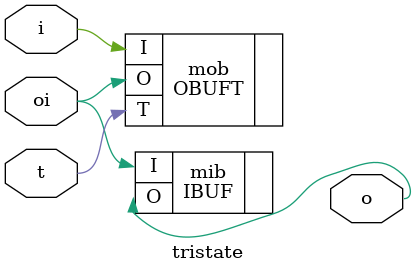
<source format=v>
`timescale 1ns / 1ps


module tristate(input wire i, input wire t, inout wire oi, output wire o);

    OBUFT mob (.I(i), .T(t), .O(oi));
    IBUF mib (.I(oi), .O(o));
endmodule

</source>
